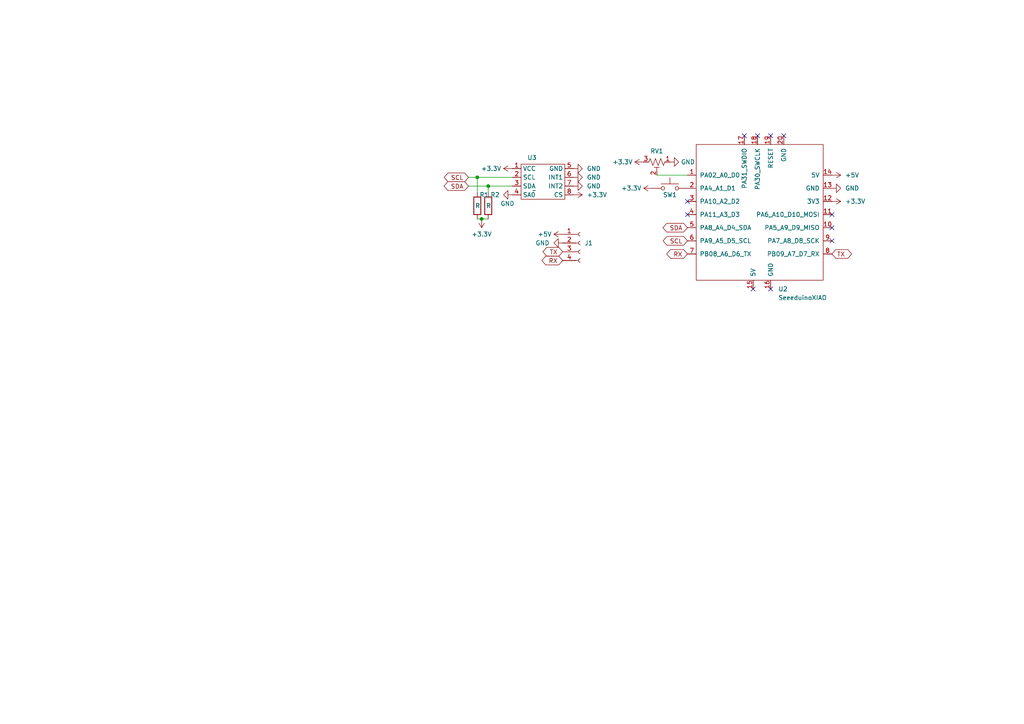
<source format=kicad_sch>
(kicad_sch (version 20230121) (generator eeschema)
  (paper "A4")
  (lib_symbols
    (symbol "Connector:Conn_01x04_Socket" (pin_names (offset 1.016) hide)
      (property "Reference" "J" (at 0 5.08 0))
      (property "Value" "Conn_01x04_Socket" (at 0 -7.62 0))
      (symbol "Conn_01x04_Socket_1_1"
        (arc (start 0 -4.572) (mid -0.5058 -5.08) (end 0 -5.588) (stroke (width 0.1524)))
        (arc (start 0 -2.032) (mid -0.5058 -2.54) (end 0 -3.048) (stroke (width 0.1524)))
        (polyline (pts (xy -1.27 -5.08) (xy -0.508 -5.08)) (stroke (width 0.1524)))
        (polyline (pts (xy -1.27 -2.54) (xy -0.508 -2.54)) (stroke (width 0.1524)))
        (polyline (pts (xy -1.27 0) (xy -0.508 0)) (stroke (width 0.1524)))
        (polyline (pts (xy -1.27 2.54) (xy -0.508 2.54)) (stroke (width 0.1524)))
        (arc (start 0 0.508) (mid -0.5058 0) (end 0 -0.508) (stroke (width 0.1524)))
        (arc (start 0 3.048) (mid -0.5058 2.54) (end 0 2.032) (stroke (width 0.1524)))
        (pin passive line (at -5.08 2.54 0) (length 3.81) (name "Pin_1") (number "1"))
        (pin passive line (at -5.08 0 0) (length 3.81) (name "Pin_2") (number "2"))
        (pin passive line (at -5.08 -2.54 0) (length 3.81) (name "Pin_3") (number "3"))
        (pin passive line (at -5.08 -5.08 0) (length 3.81) (name "Pin_4") (number "4"))
      )
    )
    (symbol "Device:R" (pin_numbers hide) (pin_names (offset 0))
      (property "Reference" "R" (at 2.032 0 90))
      (property "Value" "R" (at 0 0 90))
      (symbol "R_0_1"
        (rectangle (start -1.016 -2.54) (end 1.016 2.54) (stroke (width 0.254)))
      )
      (symbol "R_1_1"
        (pin passive line (at 0 3.81 270) (length 1.27) (name "~") (number "1"))
        (pin passive line (at 0 -3.81 90) (length 1.27) (name "~") (number "2"))
      )
    )
    (symbol "Device:R_Potentiometer_Trim_US" (pin_names (offset 1.016) hide)
      (property "Reference" "RV" (at -4.445 0 90))
      (property "Value" "R_Potentiometer_Trim_US" (at -2.54 0 90))
      (symbol "R_Potentiometer_Trim_US_0_1"
        (polyline (pts (xy 0 -2.286) (xy 0 -2.54)))
        (polyline (pts (xy 0 2.286) (xy 0 2.54)))
        (polyline (pts (xy 1.524 0.762) (xy 1.524 -0.762)))
        (polyline (pts (xy 2.54 0) (xy 1.524 0)))
        (polyline (pts (xy 0 -0.762) (xy 1.016 -1.143) (xy 0 -1.524) (xy -1.016 -1.905) (xy 0 -2.286)))
        (polyline (pts (xy 0 0.762) (xy 1.016 0.381) (xy 0 0) (xy -1.016 -0.381) (xy 0 -0.762)))
        (polyline (pts (xy 0 2.286) (xy 1.016 1.905) (xy 0 1.524) (xy -1.016 1.143) (xy 0 0.762)))
      )
      (symbol "R_Potentiometer_Trim_US_1_1"
        (pin passive line (at 0 3.81 270) (length 1.27) (name "1") (number "1"))
        (pin passive line (at 3.81 0 180) (length 1.27) (name "2") (number "2"))
        (pin passive line (at 0 -3.81 90) (length 1.27) (name "3") (number "3"))
      )
    )
    (symbol "L3GD20H_Module:L3GD20H_module"
      (property "Reference" "U" (at 0 6.35 0))
      (symbol "L3GD20H_module_0_1"
        (rectangle (start -12.7 5.08) (end -12.7 5.08))
        (rectangle (start -6.35 5.08) (end 6.35 -5.08))
      )
      (symbol "L3GD20H_module_1_1"
        (pin power_in line (at -8.89 3.81 0) (length 2.54) (name "VCC") (number "1"))
        (pin output line (at -8.89 1.27 0) (length 2.54) (name "SCL") (number "2"))
        (pin output line (at -8.89 -1.27 0) (length 2.54) (name "SDA") (number "3"))
        (pin output line (at -8.89 -3.81 0) (length 2.54) (name "SA0") (number "4"))
        (pin power_in line (at 8.89 3.81 180) (length 2.54) (name "GND") (number "5"))
        (pin output line (at 8.89 1.27 180) (length 2.54) (name "INT1") (number "6"))
        (pin output line (at 8.89 -1.27 180) (length 2.54) (name "INT2") (number "7"))
        (pin output line (at 8.89 -3.81 180) (length 2.54) (name "CS") (number "8"))
      )
    )
    (symbol "Seeeduino XIAO:SeeeduinoXIAO" (pin_names (offset 1.016))
      (property "Reference" "U" (at -19.05 22.86 0))
      (property "Value" "SeeeduinoXIAO" (at -12.7 21.59 0))
      (symbol "SeeeduinoXIAO_0_1"
        (rectangle (start -19.05 20.32) (end 17.78 -19.05))
      )
      (symbol "SeeeduinoXIAO_1_1"
        (pin unspecified line (at -21.59 11.43 0) (length 2.54) (name "PA02_A0_D0") (number "1"))
        (pin unspecified line (at 20.32 -3.81 180) (length 2.54) (name "PA5_A9_D9_MISO") (number "10"))
        (pin unspecified line (at 20.32 0 180) (length 2.54) (name "PA6_A10_D10_MOSI") (number "11"))
        (pin unspecified line (at 20.32 3.81 180) (length 2.54) (name "3V3") (number "12"))
        (pin unspecified line (at 20.32 7.62 180) (length 2.54) (name "GND") (number "13"))
        (pin unspecified line (at 20.32 11.43 180) (length 2.54) (name "5V") (number "14"))
        (pin input line (at -2.54 -21.59 90) (length 2.54) (name "5V") (number "15"))
        (pin input line (at 2.54 -21.59 90) (length 2.54) (name "GND") (number "16"))
        (pin input line (at -5.08 22.86 270) (length 2.54) (name "PA31_SWDIO") (number "17"))
        (pin input line (at -1.27 22.86 270) (length 2.54) (name "PA30_SWCLK") (number "18"))
        (pin input line (at 2.54 22.86 270) (length 2.54) (name "RESET") (number "19"))
        (pin unspecified line (at -21.59 7.62 0) (length 2.54) (name "PA4_A1_D1") (number "2"))
        (pin input line (at 6.35 22.86 270) (length 2.54) (name "GND") (number "20"))
        (pin unspecified line (at -21.59 3.81 0) (length 2.54) (name "PA10_A2_D2") (number "3"))
        (pin unspecified line (at -21.59 0 0) (length 2.54) (name "PA11_A3_D3") (number "4"))
        (pin unspecified line (at -21.59 -3.81 0) (length 2.54) (name "PA8_A4_D4_SDA") (number "5"))
        (pin unspecified line (at -21.59 -7.62 0) (length 2.54) (name "PA9_A5_D5_SCL") (number "6"))
        (pin unspecified line (at -21.59 -11.43 0) (length 2.54) (name "PB08_A6_D6_TX") (number "7"))
        (pin unspecified line (at 20.32 -11.43 180) (length 2.54) (name "PB09_A7_D7_RX") (number "8"))
        (pin unspecified line (at 20.32 -7.62 180) (length 2.54) (name "PA7_A8_D8_SCK") (number "9"))
      )
    )
    (symbol "Switch:SW_Push" (pin_numbers hide) (pin_names (offset 1.016) hide)
      (property "Reference" "SW" (at 1.27 2.54 0))
      (property "Value" "SW_Push" (at 0 -1.524 0))
      (symbol "SW_Push_0_1"
        (circle (center -2.032 0) (radius 0.508))
        (polyline (pts (xy 0 1.27) (xy 0 3.048)))
        (polyline (pts (xy 2.54 1.27) (xy -2.54 1.27)))
        (circle (center 2.032 0) (radius 0.508))
        (pin passive line (at -5.08 0 0) (length 2.54) (name "1") (number "1"))
        (pin passive line (at 5.08 0 180) (length 2.54) (name "2") (number "2"))
      )
    )
    (symbol "power:+3.3V" (power) (pin_names (offset 0))
      (property "Value" "+3.3V" (at 0 3.556 0))
      (symbol "+3.3V_0_1"
        (polyline (pts (xy -0.762 1.27) (xy 0 2.54)))
        (polyline (pts (xy 0 0) (xy 0 2.54)))
        (polyline (pts (xy 0 2.54) (xy 0.762 1.27)))
      )
      (symbol "+3.3V_1_1"
        (pin power_in line (at 0 0 90) (length 0) hide (name "+3.3V") (number "1"))
      )
    )
    (symbol "power:+5V" (power) (pin_names (offset 0))
      (property "Value" "+5V" (at 0 3.556 0))
      (symbol "+5V_0_1"
        (polyline (pts (xy -0.762 1.27) (xy 0 2.54)))
        (polyline (pts (xy 0 0) (xy 0 2.54)))
        (polyline (pts (xy 0 2.54) (xy 0.762 1.27)))
      )
      (symbol "+5V_1_1"
        (pin power_in line (at 0 0 90) (length 0) hide (name "+5V") (number "1"))
      )
    )
    (symbol "power:GND" (power) (pin_names (offset 0))
      (property "Value" "GND" (at 0 -3.81 0))
      (symbol "GND_0_1"
        (polyline (pts (xy 0 0) (xy 0 -1.27) (xy 1.27 -1.27) (xy 0 -2.54) (xy -1.27 -1.27) (xy 0 -1.27)))
      )
      (symbol "GND_1_1"
        (pin power_in line (at 0 0 270) (length 0) hide (name "GND") (number "1"))
      )
    )
  )
  (junction (at 139.7 63.5))
  (junction (at 141.605 53.975))
  (junction (at 138.43 51.435))
  (no_connect (at 223.52 83.82))
  (no_connect (at 241.3 62.23))
  (no_connect (at 218.44 83.82))
  (no_connect (at 215.9 39.37))
  (no_connect (at 199.39 58.42))
  (no_connect (at 241.3 66.04))
  (no_connect (at 241.3 69.85))
  (no_connect (at 199.39 62.23))
  (no_connect (at 219.71 39.37))
  (no_connect (at 223.52 39.37))
  (no_connect (at 227.33 39.37))
  (wire (pts (xy 138.43 51.435) (xy 148.59 51.435)))
  (wire (pts (xy 135.89 51.435) (xy 138.43 51.435)))
  (wire (pts (xy 135.89 53.975) (xy 141.605 53.975)))
  (wire (pts (xy 190.5 50.8) (xy 199.39 50.8)))
  (wire (pts (xy 139.7 63.5) (xy 141.605 63.5)))
  (wire (pts (xy 141.605 53.975) (xy 148.59 53.975)))
  (wire (pts (xy 138.43 51.435) (xy 138.43 55.88)))
  (wire (pts (xy 138.43 63.5) (xy 139.7 63.5)))
  (wire (pts (xy 141.605 53.975) (xy 141.605 55.88)))
  (global_label "SCL" (shape bidirectional) (at 135.89 51.435 180) (property "Intersheetrefs" "${INTERSHEET_REFS}" (effects hide)))
  (global_label "RX" (shape bidirectional) (at 199.39 73.66 180) (property "Intersheetrefs" "${INTERSHEET_REFS}" (effects hide)))
  (global_label "TX" (shape bidirectional) (at 241.3 73.66 0) (property "Intersheetrefs" "${INTERSHEET_REFS}" (effects hide)))
  (global_label "SDA" (shape bidirectional) (at 199.39 66.04 180) (property "Intersheetrefs" "${INTERSHEET_REFS}" (effects hide)))
  (global_label "RX" (shape bidirectional) (at 163.195 75.565 180) (property "Intersheetrefs" "${INTERSHEET_REFS}" (effects hide)))
  (global_label "SCL" (shape bidirectional) (at 199.39 69.85 180) (property "Intersheetrefs" "${INTERSHEET_REFS}" (effects hide)))
  (global_label "TX" (shape bidirectional) (at 163.195 73.025 180) (property "Intersheetrefs" "${INTERSHEET_REFS}" (effects hide)))
  (global_label "SDA" (shape bidirectional) (at 135.89 53.975 180) (property "Intersheetrefs" "${INTERSHEET_REFS}" (effects hide)))
  (symbol (lib_id "power:+3.3V") (at 186.69 46.99 90) (unit 1)
    (property "Reference" "#PWR010" (effects hide))
    (property "Value" "+3.3V" (at 183.515 46.99 90) (effects (justify left)))
  )
  (symbol (lib_id "Device:R") (at 141.605 59.69 0) (unit 1)
    (property "Reference" "R2" (at 142.24 56.515 0) (effects (justify left)))
    (property "Value" "R" (at 140.97 59.69 0) (effects (justify left)))
    (property "Footprint" "Resistor_THT:R_Axial_DIN0204_L3.6mm_D1.6mm_P5.08mm_Horizontal" (effects hide))
  )
  (symbol (lib_id "power:+5V") (at 163.195 67.945 90) (unit 1)
    (property "Reference" "#PWR012" (effects hide))
    (property "Value" "+5V" (at 160.02 67.945 90) (effects (justify left)))
  )
  (symbol (lib_id "power:GND") (at 166.37 53.975 90) (unit 1)
    (property "Reference" "#PWR05" (effects hide))
    (property "Value" "GND" (at 170.18 53.975 90) (effects (justify right)))
  )
  (symbol (lib_id "power:+3.3V") (at 139.7 63.5 180) (unit 1)
    (property "Reference" "#PWR015" (effects hide))
    (property "Value" "+3.3V" (at 139.7 67.945 0))
  )
  (symbol (lib_id "power:GND") (at 194.31 46.99 90) (unit 1)
    (property "Reference" "#PWR09" (effects hide))
    (property "Value" "GND" (at 197.485 46.99 90) (effects (justify right)))
  )
  (symbol (lib_id "Device:R") (at 138.43 59.69 0) (unit 1)
    (property "Reference" "R1" (at 139.065 56.515 0) (effects (justify left)))
    (property "Value" "R" (at 137.795 59.69 0) (effects (justify left)))
    (property "Footprint" "Resistor_THT:R_Axial_DIN0204_L3.6mm_D1.6mm_P5.08mm_Horizontal" (effects hide))
  )
  (symbol (lib_id "power:GND") (at 163.195 70.485 270) (unit 1)
    (property "Reference" "#PWR013" (effects hide))
    (property "Value" "GND" (at 159.385 70.485 90) (effects (justify right)))
  )
  (symbol (lib_id "power:+3.3V") (at 241.3 58.42 270) (unit 1)
    (property "Reference" "#PWR03" (effects hide))
    (property "Value" "+3.3V" (at 245.11 58.42 90) (effects (justify left)))
  )
  (symbol (lib_id "power:GND") (at 148.59 56.515 270) (unit 1)
    (property "Reference" "#PWR08" (effects hide))
    (property "Value" "GND" (at 149.225 59.055 90) (effects (justify right)))
  )
  (symbol (lib_id "power:+5V") (at 241.3 50.8 270) (unit 1)
    (property "Reference" "#PWR02" (effects hide))
    (property "Value" "+5V" (at 245.11 50.8 90) (effects (justify left)))
  )
  (symbol (lib_id "power:GND") (at 166.37 48.895 90) (unit 1)
    (property "Reference" "#PWR07" (effects hide))
    (property "Value" "GND" (at 170.18 48.895 90) (effects (justify right)))
  )
  (symbol (lib_id "Device:R_Potentiometer_Trim_US") (at 190.5 46.99 270) (unit 1)
    (property "Reference" "RV1" (at 190.5 43.815 90))
    (property "Value" "R_Potentiometer_Trim_US" (effects hide))
    (property "Footprint" "Potentiometer_THT:Potentiometer_Vishay_T73YP_Vertical" (effects hide))
  )
  (symbol (lib_id "power:GND") (at 241.3 54.61 90) (unit 1)
    (property "Reference" "#PWR01" (effects hide))
    (property "Value" "GND" (at 245.11 54.61 90) (effects (justify right)))
  )
  (symbol (lib_id "power:+3.3V") (at 189.23 54.61 90) (unit 1)
    (property "Reference" "#PWR011" (effects hide))
    (property "Value" "+3.3V" (at 186.055 54.61 90) (effects (justify left)))
  )
  (symbol (lib_id "L3GD20H_Module:L3GD20H_module") (at 157.48 52.705 0) (unit 1)
    (property "Reference" "U3" (at 154.305 45.72 0))
    (property "Value" "~" (at 154.94 55.245 0))
    (property "Footprint" "L3GD20H_Module:L3GD20H_Module" (effects hide))
  )
  (symbol (lib_id "power:GND") (at 166.37 51.435 90) (unit 1)
    (property "Reference" "#PWR06" (effects hide))
    (property "Value" "GND" (at 170.18 51.435 90) (effects (justify right)))
  )
  (symbol (lib_id "Connector:Conn_01x04_Socket") (at 168.275 70.485 0) (unit 1)
    (property "Reference" "J1" (at 169.545 70.485 0) (effects (justify left)))
    (property "Value" "Conn_01x04_Socket" (effects hide))
    (property "Footprint" "Connector_JST:JST_XH_S4B-XH-A_1x04_P2.50mm_Horizontal" (effects hide))
  )
  (symbol (lib_id "power:+3.3V") (at 148.59 48.895 90) (unit 1)
    (property "Reference" "#PWR014" (effects hide))
    (property "Value" "+3.3V" (at 145.415 48.895 90) (effects (justify left)))
  )
  (symbol (lib_id "Switch:SW_Push") (at 194.31 54.61 0) (unit 1)
    (property "Reference" "SW1" (at 194.31 56.515 0))
    (property "Value" "SW_Push" (effects hide))
    (property "Footprint" "Button_Switch_THT:SW_PUSH_6mm" (effects hide))
  )
  (symbol (lib_id "Seeeduino XIAO:SeeeduinoXIAO") (at 220.98 62.23 0) (unit 1)
    (property "Reference" "U2" (at 225.7141 83.82 0) (effects (justify left)))
    (property "Value" "SeeeduinoXIAO" (at 225.7141 86.36 0) (effects (justify left)))
    (property "Footprint" "Seeeduino_Xiao:seeeduinoXIAO" (effects hide))
  )
  (symbol (lib_id "power:+3.3V") (at 166.37 56.515 270) (unit 1)
    (property "Reference" "#PWR04" (effects hide))
    (property "Value" "+3.3V" (at 170.18 56.515 90) (effects (justify left)))
  )
)
</source>
